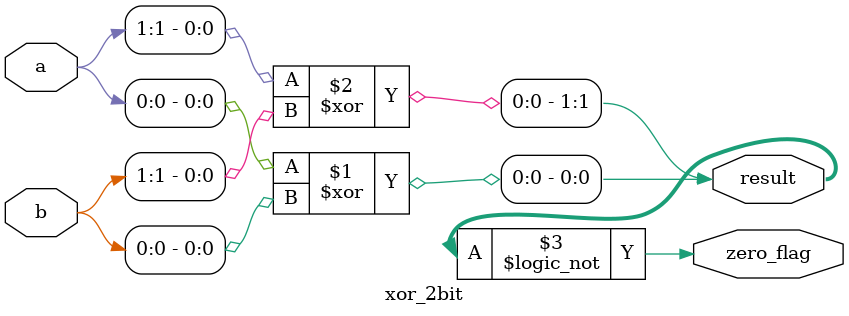
<source format=sv>
module xor_2bit(
  input logic [1:0] a,
  input logic [1:0] b,
  output logic [1:0] result,
  output logic zero_flag
);

	assign result[0] = a[0] ^ b[0];
  assign result[1] = a[1] ^ b[1];


  // Set flags
  assign zero_flag = (result == 2'b00);

endmodule
</source>
